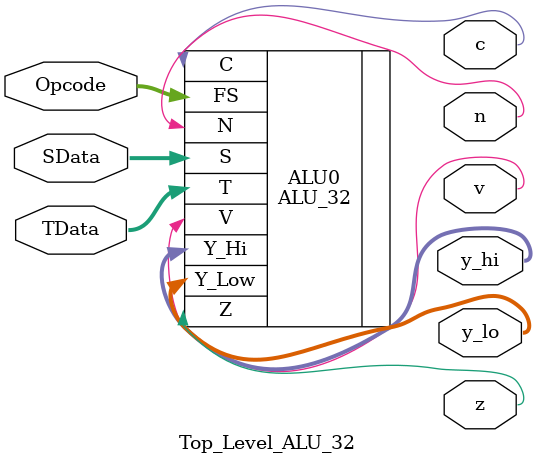
<source format=v>
`timescale 1ns / 1ps
/****************************** C E C S  4 4 0 ******************************
 * 
 * File Name:  RegFile32.v
 * Project:    Lab_Assignment_2
 * Designer:   J Jesus Perez Gonzalez
 * Email:      PerezGonzalez.JJesus@student.csulb.edu
 * Rev. No.:   Version 1.0
 * Rev. Date:  9/17/2017 
 *
 * Purpose:		This module serves as a 32-bit register file which declares 
 *					32 registers each of 32-bits , 32x32. Futhermore, the input 
 *					D is the 32-bit data available to be written to the register
 *					stated by address specified by D_Addr. The data will be written
 *					if and only if the D_En is asserted and if not writing to $r0. 
 *					Additionally, S and T are outputs which will output the values
 *					in regsiters specified by their respective register address 
 *					location specifier S_Addr and T_Addr. 
 *					
 * Notes:		Both S and T ports are 'asynchronous' outputs. 
					D data-lines are the inputs to the register file. Which 
					register to write to is 'synchronously controlled' by the clock
					in conjuction with the D_Addr address input. This register,
					specified by D_Addr is to only be written to on the rising
					edge of the clock if and only if D_En is asserted. 
 ****************************************************************************/
module Top_Level_ALU_32(Opcode, SData, TData, y_hi, y_lo, n, z, v, c);
//	INPUTS	-----------------------------------------------------------------
	input 	[4:0]		Opcode;
	input 	[31:0]	SData, TData;
//	OUTPUTS	-----------------------------------------------------------------
	output	[31:0]	y_hi, y_lo;
	output				n, z, v, c;
	
// module ALU_32(FS, S, T, Y_Hi, Y_Low, N, Z, V, C);
	ALU_32	ALU0(.FS(Opcode), .S(SData), .T(TData), .Y_Hi(y_hi), .Y_Low(y_lo), 
					  .N(n), .Z(z), .V(v), .C(c));

endmodule

</source>
